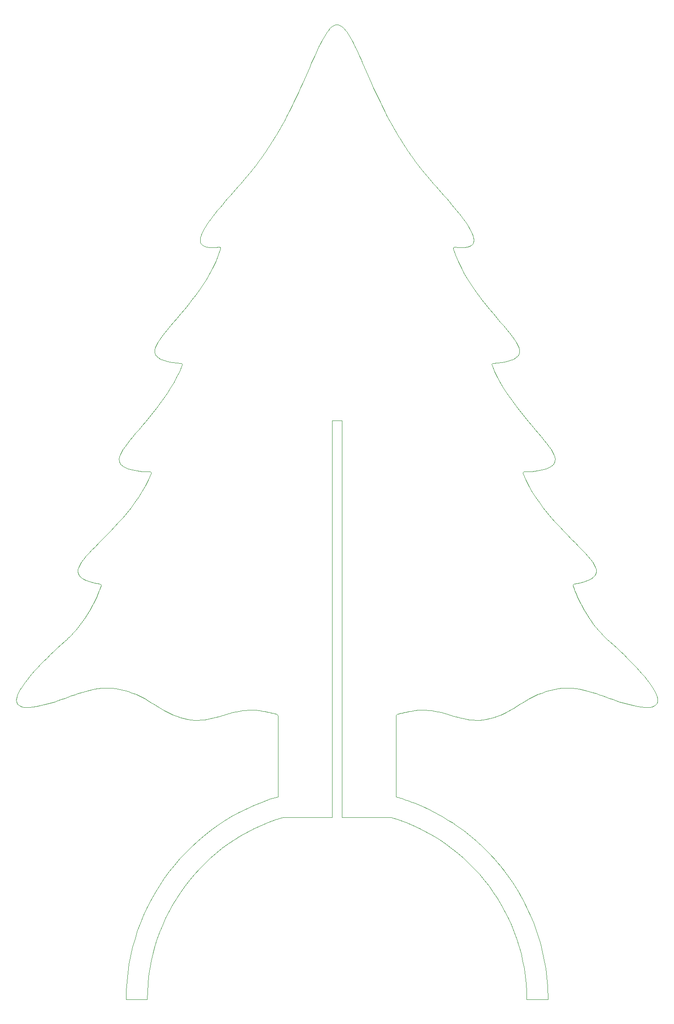
<source format=gm1>
G04 #@! TF.GenerationSoftware,KiCad,Pcbnew,8.0.6*
G04 #@! TF.CreationDate,2024-11-23T10:48:36+01:00*
G04 #@! TF.ProjectId,ChristmasTree,43687269-7374-46d6-9173-547265652e6b,rev?*
G04 #@! TF.SameCoordinates,Original*
G04 #@! TF.FileFunction,Profile,NP*
%FSLAX46Y46*%
G04 Gerber Fmt 4.6, Leading zero omitted, Abs format (unit mm)*
G04 Created by KiCad (PCBNEW 8.0.6) date 2024-11-23 10:48:36*
%MOMM*%
%LPD*%
G01*
G04 APERTURE LIST*
%ADD10C,0.100000*%
G04 #@! TA.AperFunction,Profile*
%ADD11C,0.100000*%
G04 #@! TD*
G04 APERTURE END LIST*
D10*
X144738171Y-126931397D02*
X144841427Y-126913800D01*
X144903879Y-126903139D01*
X156944125Y-150070000D02*
X157635662Y-150172722D01*
X158251143Y-150228573D01*
X158792624Y-150239092D01*
X159262163Y-150205818D01*
X159661818Y-150130293D01*
X159993645Y-150014055D01*
X160259702Y-149858645D01*
X160462047Y-149665604D01*
X160602736Y-149436471D01*
X160683827Y-149172786D01*
X160707378Y-148876090D01*
X160675445Y-148547922D01*
X160590086Y-148189823D01*
X160453359Y-147803332D01*
X160267320Y-147389990D01*
X160034028Y-146951337D01*
X159755538Y-146488913D01*
X159433909Y-146004257D01*
X159071199Y-145498911D01*
X158669464Y-144974413D01*
X158230761Y-144432305D01*
X157757149Y-143874126D01*
X157250683Y-143301416D01*
X156713423Y-142715716D01*
X156147425Y-142118565D01*
X155554746Y-141511503D01*
X154937444Y-140896072D01*
X154297575Y-140273809D01*
X153637199Y-139646257D01*
X152958371Y-139014954D01*
X152263149Y-138381441D01*
X151553591Y-137747259D01*
X115563423Y-47916171D02*
X115397455Y-47700382D01*
X115232926Y-47484302D01*
X115069826Y-47267950D01*
X114908147Y-47051345D01*
X114747878Y-46834504D01*
X114589012Y-46617447D01*
X114431538Y-46400193D01*
X114275449Y-46182760D01*
X114120734Y-45965166D01*
X113967385Y-45747432D01*
X113815392Y-45529574D01*
X113664747Y-45311613D01*
X113515440Y-45093566D01*
X113367463Y-44875452D01*
X113220806Y-44657291D01*
X113075460Y-44439100D01*
X112931415Y-44220898D01*
X112788664Y-44002705D01*
X112647197Y-43784539D01*
X112507004Y-43566418D01*
X112368077Y-43348362D01*
X112230407Y-43130388D01*
X112093984Y-42912517D01*
X111958799Y-42694765D01*
X111824844Y-42477153D01*
X111692108Y-42259698D01*
X111560584Y-42042420D01*
X111430262Y-41825337D01*
X111301133Y-41608468D01*
X111173187Y-41391831D01*
X111046417Y-41175446D01*
X110920812Y-40959331D01*
X136909900Y-105588359D02*
X137908352Y-105462858D01*
X138762907Y-105304704D01*
X139479982Y-105113918D01*
X140065994Y-104890525D01*
X140527361Y-104634546D01*
X140870501Y-104346006D01*
X141101830Y-104024927D01*
X141227767Y-103671332D01*
X141254730Y-103285244D01*
X141189135Y-102866687D01*
X141037401Y-102415684D01*
X140805945Y-101932257D01*
X140501184Y-101416430D01*
X140129537Y-100868226D01*
X139697421Y-100287668D01*
X139211253Y-99674780D01*
X138677451Y-99029583D01*
X138102432Y-98352101D01*
X137492615Y-97642358D01*
X136854416Y-96900376D01*
X136194254Y-96126179D01*
X135518546Y-95319790D01*
X134833709Y-94481231D01*
X134146161Y-93610526D01*
X133462320Y-92707698D01*
X132788604Y-91772770D01*
X132131429Y-90805765D01*
X131497214Y-89806706D01*
X130892376Y-88775617D01*
X130323332Y-87712520D01*
X129796501Y-86617438D01*
X129318300Y-85490396D01*
D11*
X100866658Y-167158358D02*
X100866658Y-171049580D01*
D10*
X129318300Y-85490396D02*
X129292472Y-85382234D01*
X129309468Y-85272292D01*
X129371925Y-85186607D01*
X129474286Y-85132275D01*
X129568754Y-85116594D01*
X88773363Y-167154918D02*
X87228329Y-167638274D01*
X85710930Y-168181844D01*
X84222569Y-168784222D01*
X82764652Y-169444003D01*
X81338581Y-170159782D01*
X79945762Y-170930154D01*
X78587599Y-171753715D01*
X77265497Y-172629059D01*
X75980859Y-173554781D01*
X74735090Y-174529477D01*
X73529594Y-175551742D01*
X72365776Y-176620170D01*
X71245040Y-177733357D01*
X70168791Y-178889897D01*
X69138432Y-180088386D01*
X68155368Y-181327419D01*
X67221004Y-182605590D01*
X66336743Y-183921496D01*
X65503991Y-185273730D01*
X64724151Y-186660888D01*
X63998628Y-188081565D01*
X63328827Y-189534357D01*
X62716151Y-191017857D01*
X62162004Y-192530661D01*
X61667792Y-194071365D01*
X61234919Y-195638563D01*
X60864788Y-197230850D01*
X60558805Y-198846822D01*
X60318374Y-200485073D01*
X60144898Y-202144198D01*
X60039783Y-203822793D01*
X60004433Y-205519453D01*
X84370702Y-47916171D02*
X84299157Y-48008374D01*
X84226742Y-48101103D01*
X84153474Y-48194349D01*
X84079371Y-48288100D01*
X84004450Y-48382344D01*
X83928732Y-48477072D01*
X83852232Y-48572271D01*
X83774970Y-48667932D01*
X83696964Y-48764043D01*
X83618231Y-48860592D01*
X83538790Y-48957570D01*
X83458659Y-49054966D01*
X83377856Y-49152767D01*
X83296399Y-49250964D01*
X83214307Y-49349545D01*
X83131597Y-49448499D01*
X83048287Y-49547816D01*
X82964395Y-49647484D01*
X82879940Y-49747493D01*
X82794940Y-49847831D01*
X82709413Y-49948487D01*
X82623377Y-50049452D01*
X82536850Y-50150712D01*
X82449850Y-50252259D01*
X82362395Y-50354080D01*
X82274504Y-50456165D01*
X82186194Y-50558502D01*
X82097483Y-50661082D01*
X82008391Y-50763892D01*
X81918934Y-50866922D01*
X81829131Y-50970161D01*
X81739000Y-51073598D01*
X77904425Y-63448886D02*
X77481629Y-64665218D01*
X76997284Y-65846941D01*
X76458632Y-66994030D01*
X75872914Y-68106458D01*
X75247371Y-69184198D01*
X74589247Y-70227224D01*
X73905782Y-71235508D01*
X73204218Y-72209025D01*
X72491797Y-73147749D01*
X71775762Y-74051651D01*
X71063353Y-74920707D01*
X70361812Y-75754889D01*
X69678382Y-76554171D01*
X69020304Y-77318527D01*
X68394820Y-78047929D01*
X67809171Y-78742352D01*
X67270600Y-79401769D01*
X66786348Y-80026152D01*
X66363657Y-80615477D01*
X66009769Y-81169716D01*
X65731926Y-81688842D01*
X65537369Y-82172830D01*
X65433340Y-82621652D01*
X65427081Y-83035282D01*
X65525834Y-83413694D01*
X65736841Y-83756861D01*
X66067343Y-84064757D01*
X66524582Y-84337354D01*
X67115800Y-84574627D01*
X67848239Y-84776549D01*
X68729141Y-84943093D01*
X69765747Y-85074234D01*
X100348181Y-21101636D02*
X100242798Y-21073692D01*
X100135157Y-21057363D01*
X100032788Y-21049886D01*
X99966970Y-21048587D01*
X122029858Y-63448886D02*
X122013137Y-63341216D01*
X122038521Y-63237881D01*
X122119339Y-63157075D01*
X122228612Y-63126250D01*
X122304760Y-63127973D01*
X70368996Y-85116594D02*
X70478698Y-85137809D01*
X70574534Y-85197048D01*
X70630275Y-85286651D01*
X70640180Y-85399499D01*
X70616010Y-85490396D01*
X111421721Y-151523487D02*
X111564871Y-151487848D01*
X111709867Y-151452372D01*
X111856748Y-151417058D01*
X112005548Y-151381907D01*
X112156307Y-151346919D01*
X112309061Y-151312095D01*
X112463848Y-151277435D01*
X112620704Y-151242939D01*
X112779668Y-151208609D01*
X112940776Y-151174445D01*
X113104066Y-151140447D01*
X113269575Y-151106616D01*
X113437340Y-151072952D01*
X113607399Y-151039456D01*
X113779789Y-151006128D01*
X113954547Y-150972969D01*
D11*
X88787492Y-167154918D02*
X88773363Y-167154918D01*
D10*
X55231435Y-127322768D02*
X55118013Y-127632917D01*
X54999267Y-127946690D01*
X54875079Y-128263826D01*
X54745333Y-128584063D01*
X54609913Y-128907138D01*
X54468703Y-129232792D01*
X54321586Y-129560761D01*
X54168447Y-129890784D01*
X54009168Y-130222600D01*
X53843634Y-130555946D01*
X53671729Y-130890562D01*
X53493335Y-131226185D01*
X53308338Y-131562554D01*
X53116620Y-131899407D01*
X52918065Y-132236483D01*
X52712558Y-132573520D01*
X52499981Y-132910255D01*
X52280219Y-133246428D01*
X52053156Y-133581777D01*
X51818674Y-133916041D01*
X51576658Y-134248956D01*
X51326992Y-134580263D01*
X51069558Y-134909699D01*
X50804242Y-135237002D01*
X50530927Y-135561911D01*
X50249496Y-135884164D01*
X49959833Y-136203500D01*
X49661822Y-136519657D01*
X49355347Y-136832373D01*
X49040292Y-137141386D01*
X48716539Y-137446435D01*
X48383974Y-137747259D01*
X64470647Y-105634185D02*
X64580276Y-105644243D01*
X64676059Y-105692503D01*
X64736129Y-105787417D01*
X64739011Y-105897549D01*
X64717503Y-105969041D01*
X129568754Y-85116594D02*
X129676980Y-85111825D01*
X129787267Y-85105569D01*
X129899491Y-85097846D01*
X130013530Y-85088677D01*
X130129261Y-85078080D01*
X130168193Y-85074234D01*
X48383974Y-137747259D02*
X47674103Y-138381441D01*
X46978588Y-139014954D01*
X46299486Y-139646257D01*
X45638853Y-140273809D01*
X44998747Y-140896072D01*
X44381223Y-141511503D01*
X43788340Y-142118565D01*
X43222152Y-142715716D01*
X42684718Y-143301416D01*
X42178093Y-143874126D01*
X41704335Y-144432305D01*
X41265500Y-144974413D01*
X40863645Y-145498911D01*
X40500827Y-146004257D01*
X40179102Y-146488913D01*
X39900527Y-146951337D01*
X39667158Y-147389990D01*
X39481053Y-147803332D01*
X39344268Y-148189823D01*
X39258860Y-148547922D01*
X39226886Y-148876090D01*
X39250402Y-149172786D01*
X39331464Y-149436471D01*
X39472131Y-149665604D01*
X39674458Y-149858645D01*
X39940501Y-150014055D01*
X40272319Y-150130293D01*
X40671967Y-150205818D01*
X41141503Y-150239092D01*
X41682982Y-150228573D01*
X42298462Y-150172722D01*
X42990000Y-150070000D01*
X111146475Y-151996164D02*
X111153751Y-151878381D01*
X111177795Y-151767392D01*
X111221932Y-151669194D01*
X111289483Y-151589782D01*
X111383774Y-151535153D01*
X111421721Y-151523487D01*
D11*
X99046274Y-167154918D02*
X99046274Y-95950394D01*
D10*
X64717503Y-105969041D02*
X64205596Y-107148945D01*
X63635123Y-108289854D01*
X63013290Y-109392277D01*
X62347302Y-110456721D01*
X61644365Y-111483694D01*
X60911687Y-112473703D01*
X60156473Y-113427257D01*
X59385930Y-114344862D01*
X58607263Y-115227028D01*
X57827679Y-116074260D01*
X57054385Y-116887069D01*
X56294586Y-117665960D01*
X55555488Y-118411442D01*
X54844299Y-119124022D01*
X54168224Y-119804208D01*
X53534469Y-120452509D01*
X52950240Y-121069431D01*
X52422745Y-121655483D01*
X51959188Y-122211172D01*
X51566777Y-122737006D01*
X51252717Y-123233493D01*
X51024216Y-123701140D01*
X50888478Y-124140455D01*
X50852710Y-124551946D01*
X50924119Y-124936121D01*
X51109911Y-125293487D01*
X51417291Y-125624553D01*
X51853467Y-125929825D01*
X52425644Y-126209812D01*
X53141028Y-126465021D01*
X54006827Y-126695961D01*
X55030246Y-126903139D01*
X55196113Y-126931397D02*
X55267092Y-127007313D01*
X55276969Y-127112627D01*
X55263529Y-127211833D01*
X55231435Y-127322768D01*
X134475578Y-149769937D02*
X135399117Y-149183149D01*
X136292850Y-148664952D01*
X137158328Y-148212331D01*
X137997104Y-147822274D01*
X138810730Y-147491768D01*
X139600759Y-147217800D01*
X140368742Y-146997359D01*
X141116233Y-146827430D01*
X141844782Y-146705002D01*
X142555944Y-146627061D01*
X143251269Y-146590595D01*
X143932311Y-146592591D01*
X144600621Y-146630037D01*
X145257752Y-146699920D01*
X145905257Y-146799227D01*
X146544687Y-146924945D01*
X147177594Y-147074061D01*
X147805532Y-147243564D01*
X148430053Y-147430440D01*
X149052708Y-147631676D01*
X149675050Y-147844260D01*
X150298632Y-148065179D01*
X150925005Y-148291420D01*
X151555723Y-148519971D01*
X152192336Y-148747819D01*
X152836399Y-148971951D01*
X153489462Y-149189355D01*
X154153079Y-149397017D01*
X154828801Y-149591925D01*
X155518181Y-149771067D01*
X156222772Y-149931429D01*
X156944125Y-150070000D01*
X89013313Y-40959331D02*
X88887734Y-41175446D01*
X88761007Y-41391831D01*
X88633120Y-41608468D01*
X88504063Y-41825337D01*
X88373824Y-42042420D01*
X88242393Y-42259698D01*
X88109758Y-42477153D01*
X87975909Y-42694765D01*
X87840835Y-42912517D01*
X87704524Y-43130388D01*
X87566966Y-43348362D01*
X87428150Y-43566418D01*
X87288064Y-43784539D01*
X87146699Y-44002705D01*
X87004042Y-44220898D01*
X86860083Y-44439100D01*
X86714811Y-44657291D01*
X86568215Y-44875452D01*
X86420284Y-45093566D01*
X86271007Y-45311613D01*
X86120373Y-45529574D01*
X85968371Y-45747432D01*
X85814990Y-45965166D01*
X85660219Y-46182760D01*
X85504048Y-46400193D01*
X85346464Y-46617447D01*
X85187458Y-46834504D01*
X85027018Y-47051345D01*
X84865133Y-47267950D01*
X84701793Y-47484302D01*
X84536986Y-47700382D01*
X84370702Y-47916171D01*
X144702690Y-127322768D02*
X144670571Y-127211835D01*
X144657103Y-127112633D01*
X144666983Y-127007324D01*
X144738171Y-126931397D01*
X99966970Y-21048587D02*
X99862335Y-21051908D01*
X99762013Y-21061865D01*
X99657986Y-21080983D01*
X99586129Y-21101636D01*
X144903879Y-126903139D02*
X145927283Y-126695961D01*
X146793067Y-126465021D01*
X147508439Y-126209812D01*
X148080604Y-125929825D01*
X148516769Y-125624553D01*
X148824139Y-125293487D01*
X149009921Y-124936121D01*
X149081321Y-124551946D01*
X149045545Y-124140455D01*
X148909801Y-123701140D01*
X148681293Y-123233493D01*
X148367228Y-122737006D01*
X147974813Y-122211172D01*
X147511253Y-121655483D01*
X146983756Y-121069431D01*
X146399526Y-120452509D01*
X145765771Y-119804208D01*
X145089697Y-119124022D01*
X144378509Y-118411442D01*
X143639415Y-117665960D01*
X142879620Y-116887069D01*
X142106331Y-116074260D01*
X141326753Y-115227028D01*
X140548094Y-114344862D01*
X139777559Y-113427257D01*
X139022355Y-112473703D01*
X138289687Y-111483694D01*
X137586763Y-110456721D01*
X136920788Y-109392277D01*
X136298968Y-108289854D01*
X135728511Y-107148945D01*
X135216622Y-105969041D01*
X70616010Y-85490396D02*
X70137774Y-86617438D01*
X69610912Y-87712520D01*
X69041839Y-88775617D01*
X68436973Y-89806706D01*
X67802733Y-90805765D01*
X67145535Y-91772770D01*
X66471797Y-92707698D01*
X65787937Y-93610526D01*
X65100372Y-94481231D01*
X64415519Y-95319790D01*
X63739797Y-96126179D01*
X63079623Y-96900376D01*
X62441414Y-97642358D01*
X61831588Y-98352101D01*
X61256563Y-99029583D01*
X60722756Y-99674780D01*
X60236584Y-100287668D01*
X59804466Y-100868226D01*
X59432818Y-101416430D01*
X59128059Y-101932257D01*
X58896605Y-102415684D01*
X58744875Y-102866687D01*
X58679286Y-103285244D01*
X58706256Y-103671332D01*
X58832201Y-104024927D01*
X59063540Y-104346006D01*
X59406690Y-104634546D01*
X59868070Y-104890525D01*
X60454095Y-105113918D01*
X61171184Y-105304704D01*
X62025755Y-105462858D01*
X63024225Y-105588359D01*
X113954547Y-150972969D02*
X114683607Y-150855966D01*
X115384042Y-150784058D01*
X116058146Y-150753249D01*
X116708215Y-150759540D01*
X117336548Y-150798935D01*
X117945439Y-150867437D01*
X118537185Y-150961048D01*
X119114082Y-151075771D01*
X119678428Y-151207609D01*
X120232517Y-151352564D01*
X120778647Y-151506640D01*
X121319114Y-151665838D01*
X121856214Y-151826163D01*
X122392244Y-151983616D01*
X122929500Y-152134201D01*
X123470278Y-152273920D01*
X124016874Y-152398776D01*
X124571585Y-152504771D01*
X125136708Y-152587909D01*
X125714539Y-152644193D01*
X126307373Y-152669624D01*
X126917508Y-152660207D01*
X127547240Y-152611943D01*
X128198865Y-152520835D01*
X128874679Y-152382886D01*
X129576979Y-152194100D01*
X130308061Y-151950478D01*
X131070222Y-151648024D01*
X131865758Y-151282740D01*
X132696965Y-150850628D01*
X133566139Y-150347693D01*
X134475578Y-149769937D01*
X139905059Y-205519453D02*
X139896199Y-204669598D01*
X139869735Y-203824055D01*
X139825843Y-202982998D01*
X139764696Y-202146604D01*
X139686469Y-201315050D01*
X139591337Y-200488511D01*
X139479474Y-199667164D01*
X139351054Y-198851186D01*
X139206252Y-198040752D01*
X139045242Y-197236040D01*
X138868200Y-196437224D01*
X138675299Y-195644483D01*
X138466713Y-194857991D01*
X138242619Y-194077925D01*
X138003189Y-193304462D01*
X137748598Y-192537777D01*
X137479021Y-191778048D01*
X137194633Y-191025450D01*
X136895608Y-190280160D01*
X136582120Y-189542355D01*
X136254344Y-188812209D01*
X135912454Y-188089900D01*
X135556625Y-187375604D01*
X135187031Y-186669498D01*
X134803847Y-185971757D01*
X134407247Y-185282558D01*
X133997406Y-184602078D01*
X133574499Y-183930492D01*
X133138699Y-183267977D01*
X132690181Y-182614709D01*
X132229120Y-181970864D01*
X131755691Y-181336620D01*
X118195125Y-51073598D02*
X118105323Y-50970161D01*
X118015828Y-50866922D01*
X117926657Y-50763892D01*
X117837830Y-50661082D01*
X117749364Y-50558502D01*
X117661277Y-50456165D01*
X117573588Y-50354080D01*
X117486313Y-50252259D01*
X117399473Y-50150712D01*
X117313083Y-50049452D01*
X117227164Y-49948487D01*
X117141732Y-49847831D01*
X117056807Y-49747493D01*
X116972405Y-49647484D01*
X116888546Y-49547816D01*
X116805246Y-49448499D01*
X116722525Y-49349545D01*
X116640401Y-49250964D01*
X116558891Y-49152767D01*
X116478014Y-49054966D01*
X116397787Y-48957570D01*
X116318229Y-48860592D01*
X116239359Y-48764043D01*
X116161193Y-48667932D01*
X116083750Y-48572271D01*
X116007049Y-48477072D01*
X115931107Y-48382344D01*
X115855943Y-48288100D01*
X115781574Y-48194349D01*
X115708019Y-48101103D01*
X115635296Y-48008374D01*
X115563423Y-47916171D01*
X69765747Y-85074234D02*
X69882069Y-85085285D01*
X69996922Y-85094917D01*
X70110294Y-85103115D01*
X70222172Y-85109866D01*
X70332542Y-85115157D01*
X70368996Y-85116594D01*
X64004875Y-205519453D02*
X64035615Y-204040025D01*
X64127110Y-202571974D01*
X64278267Y-201116757D01*
X64487992Y-199675832D01*
X64755195Y-198250657D01*
X65078782Y-196842688D01*
X65457661Y-195453383D01*
X65890741Y-194084200D01*
X66376928Y-192736596D01*
X66915131Y-191412028D01*
X67504257Y-190111954D01*
X68143214Y-188837831D01*
X68830910Y-187591117D01*
X69566253Y-186373269D01*
X70348149Y-185185745D01*
X71175507Y-184030002D01*
X72047235Y-182907496D01*
X72962240Y-181819687D01*
X73919430Y-180768031D01*
X74917713Y-179753986D01*
X75955996Y-178779009D01*
X77033188Y-177844557D01*
X78148195Y-176952089D01*
X79299926Y-176103060D01*
X80487288Y-175298930D01*
X81709189Y-174541155D01*
X82964537Y-173831192D01*
X84252239Y-173170500D01*
X85571204Y-172560535D01*
X86920338Y-172002755D01*
X88298550Y-171498617D01*
X89704748Y-171049580D01*
D11*
X88787492Y-151996164D02*
X88787492Y-167154918D01*
D10*
X63024225Y-105588359D02*
X63170835Y-105602092D01*
X63315072Y-105613674D01*
X63456968Y-105623176D01*
X63596558Y-105630664D01*
X63733873Y-105636207D01*
X63868948Y-105639873D01*
X64001815Y-105641732D01*
X64132508Y-105641851D01*
X64261061Y-105640299D01*
X64387505Y-105637144D01*
X64470647Y-105634185D01*
X131755691Y-181336620D02*
X131650562Y-181199258D01*
X131544855Y-181062354D01*
X131438572Y-180925909D01*
X131331714Y-180789926D01*
X131224281Y-180654408D01*
X131116277Y-180519358D01*
X131007700Y-180384777D01*
X130898554Y-180250670D01*
X130788839Y-180117038D01*
X130678557Y-179983884D01*
X130567709Y-179851210D01*
X130456296Y-179719020D01*
X130344320Y-179587317D01*
X130231782Y-179456101D01*
X130118683Y-179325378D01*
X130005025Y-179195148D01*
X129890808Y-179065415D01*
X129776035Y-178936181D01*
X129660706Y-178807449D01*
X129544823Y-178679221D01*
X129428387Y-178551501D01*
X129311400Y-178424291D01*
X129193862Y-178297593D01*
X129075776Y-178171410D01*
X128957142Y-178045746D01*
X128837962Y-177920601D01*
X128718237Y-177795980D01*
X128597968Y-177671885D01*
X128477157Y-177548318D01*
X128355805Y-177425282D01*
X128233913Y-177302780D01*
X128111484Y-177180815D01*
D11*
X100866658Y-171049580D02*
X110208025Y-171049580D01*
X99046274Y-95950394D02*
X100866658Y-95950394D01*
D10*
X110920812Y-40959331D02*
X110396115Y-40035890D01*
X109891723Y-39118549D01*
X109406860Y-38208651D01*
X108940748Y-37307540D01*
X108492611Y-36416562D01*
X108061671Y-35537059D01*
X107647151Y-34670377D01*
X107248275Y-33817859D01*
X106864266Y-32980850D01*
X106494346Y-32160693D01*
X106137738Y-31358734D01*
X105793667Y-30576315D01*
X105461354Y-29814782D01*
X105140022Y-29075478D01*
X104828895Y-28359748D01*
X104527196Y-27668936D01*
X104234148Y-27004386D01*
X103948974Y-26367442D01*
X103670896Y-25759449D01*
X103399139Y-25181751D01*
X103132924Y-24635691D01*
X102871475Y-24122614D01*
X102614015Y-23643865D01*
X102359767Y-23200787D01*
X102107954Y-22794724D01*
X101857800Y-22427021D01*
X101608526Y-22099023D01*
X101359357Y-21812072D01*
X101109514Y-21567514D01*
X100858222Y-21366692D01*
X100604703Y-21210951D01*
X100348181Y-21101636D01*
D11*
X99046274Y-171049580D02*
X99046274Y-167154918D01*
D10*
X42990000Y-150070000D02*
X43711363Y-149931429D01*
X44415982Y-149771067D01*
X45105409Y-149591925D01*
X45781192Y-149397017D01*
X46444883Y-149189355D01*
X47098032Y-148971951D01*
X47742189Y-148747819D01*
X48378904Y-148519971D01*
X49009728Y-148291420D01*
X49636211Y-148065179D01*
X50259903Y-147844260D01*
X50882355Y-147631676D01*
X51505117Y-147430440D01*
X52129738Y-147243564D01*
X52757771Y-147074061D01*
X53390764Y-146924945D01*
X54030268Y-146799227D01*
X54677833Y-146699920D01*
X55335010Y-146630037D01*
X56003349Y-146592591D01*
X56684401Y-146590595D01*
X57379715Y-146627061D01*
X58090841Y-146705002D01*
X58819331Y-146827430D01*
X59566735Y-146997359D01*
X60334602Y-147217800D01*
X61124483Y-147491768D01*
X61937929Y-147822274D01*
X62776489Y-148212331D01*
X63641715Y-148664952D01*
X64535155Y-149183149D01*
X65458362Y-149769937D01*
X88515844Y-151523487D02*
X88618245Y-151568522D01*
X88693312Y-151640340D01*
X88744267Y-151732942D01*
X88774332Y-151840333D01*
X88786729Y-151956518D01*
X88787492Y-151996164D01*
X130168193Y-85074234D02*
X131204812Y-84943093D01*
X132085726Y-84776549D01*
X132818175Y-84574627D01*
X133409403Y-84337354D01*
X133866650Y-84064757D01*
X134197159Y-83756861D01*
X134408171Y-83413694D01*
X134506930Y-83035282D01*
X134500675Y-82621652D01*
X134396651Y-82172830D01*
X134202097Y-81688842D01*
X133924257Y-81169716D01*
X133570373Y-80615477D01*
X133147685Y-80026152D01*
X132663437Y-79401769D01*
X132124870Y-78742352D01*
X131539226Y-78047929D01*
X130913747Y-77318527D01*
X130255675Y-76554171D01*
X129572252Y-75754889D01*
X128870720Y-74920707D01*
X128158321Y-74051651D01*
X127442296Y-73147749D01*
X126729888Y-72209025D01*
X126028339Y-71235508D01*
X125344890Y-70227224D01*
X124686783Y-69184198D01*
X124061262Y-68106458D01*
X123475566Y-66994030D01*
X122936939Y-65846941D01*
X122452622Y-64665218D01*
X122029858Y-63448886D01*
X135216622Y-105969041D02*
X135190774Y-105863930D01*
X135207568Y-105760210D01*
X135281596Y-105675032D01*
X135387868Y-105637416D01*
X135463637Y-105634185D01*
D11*
X100866658Y-95950394D02*
X100866658Y-167158358D01*
X111146475Y-167158358D02*
X111146475Y-151996164D01*
D10*
X85979393Y-150972969D02*
X86154159Y-151006128D01*
X86326569Y-151039456D01*
X86496662Y-151072952D01*
X86664480Y-151106616D01*
X86830064Y-151140447D01*
X86993456Y-151174445D01*
X87154696Y-151208609D01*
X87313827Y-151242939D01*
X87470888Y-151277435D01*
X87625921Y-151312095D01*
X87778968Y-151346919D01*
X87930069Y-151381907D01*
X88079266Y-151417058D01*
X88226600Y-151452372D01*
X88372112Y-151487848D01*
X88515844Y-151523487D01*
X77629180Y-63127973D02*
X77739900Y-63130831D01*
X77839619Y-63173035D01*
X77907415Y-63264599D01*
X77919623Y-63375371D01*
X77904425Y-63448886D01*
X55030246Y-126903139D02*
X55133702Y-126920432D01*
X55196113Y-126931397D01*
X128111484Y-177180815D02*
X127670619Y-176749266D01*
X127223161Y-176324521D01*
X126769192Y-175906662D01*
X126308796Y-175495773D01*
X125842055Y-175091937D01*
X125369054Y-174695236D01*
X124889875Y-174305755D01*
X124404603Y-173923577D01*
X123913319Y-173548784D01*
X123416108Y-173181460D01*
X122913053Y-172821688D01*
X122404237Y-172469552D01*
X121889743Y-172125133D01*
X121369656Y-171788517D01*
X120844057Y-171459785D01*
X120313032Y-171139022D01*
X119776661Y-170826310D01*
X119235031Y-170521732D01*
X118688222Y-170225372D01*
X118136320Y-169937313D01*
X117579406Y-169657638D01*
X117017565Y-169386430D01*
X116450880Y-169123772D01*
X115879434Y-168869749D01*
X115303311Y-168624442D01*
X114722593Y-168387936D01*
X114137364Y-168160312D01*
X113547708Y-167941656D01*
X112953708Y-167732048D01*
X112355446Y-167531574D01*
X111753008Y-167340316D01*
X111146475Y-167158358D01*
X99586129Y-21101636D02*
X99329892Y-21210951D01*
X99076623Y-21366692D01*
X98825546Y-21567514D01*
X98575886Y-21812072D01*
X98326867Y-22099023D01*
X98077714Y-22427021D01*
X97827653Y-22794724D01*
X97575908Y-23200787D01*
X97321704Y-23643865D01*
X97064265Y-24122614D01*
X96802817Y-24635691D01*
X96536584Y-25181751D01*
X96264791Y-25759449D01*
X95986663Y-26367442D01*
X95701424Y-27004386D01*
X95408300Y-27668936D01*
X95106515Y-28359748D01*
X94795294Y-29075478D01*
X94473862Y-29814782D01*
X94141444Y-30576315D01*
X93797264Y-31358734D01*
X93440547Y-32160693D01*
X93070518Y-32980850D01*
X92686402Y-33817859D01*
X92287424Y-34670377D01*
X91872808Y-35537059D01*
X91441779Y-36416562D01*
X90993563Y-37307540D01*
X90527383Y-38208651D01*
X90042465Y-39118549D01*
X89538033Y-40035890D01*
X89013313Y-40959331D01*
X122304760Y-63127973D02*
X122999065Y-63195195D01*
X123610842Y-63217383D01*
X124143034Y-63196177D01*
X124598588Y-63133214D01*
X124980447Y-63030135D01*
X125291557Y-62888580D01*
X125534862Y-62710187D01*
X125713309Y-62496596D01*
X125829841Y-62249447D01*
X125887403Y-61970378D01*
X125888941Y-61661030D01*
X125837400Y-61323042D01*
X125735724Y-60958054D01*
X125586859Y-60567704D01*
X125393749Y-60153632D01*
X125159339Y-59717478D01*
X124886575Y-59260881D01*
X124578401Y-58785481D01*
X124237762Y-58292916D01*
X123867603Y-57784827D01*
X123470870Y-57262853D01*
X123050507Y-56728633D01*
X122609459Y-56183807D01*
X122150671Y-55630014D01*
X121677088Y-55068893D01*
X121191655Y-54502085D01*
X120697317Y-53931228D01*
X120197019Y-53357962D01*
X119693705Y-52783927D01*
X119190322Y-52210761D01*
X118689813Y-51640105D01*
X118195125Y-51073598D01*
X65458362Y-149769937D02*
X66367800Y-150347693D01*
X67236974Y-150850628D01*
X68068181Y-151282740D01*
X68863717Y-151648024D01*
X69625878Y-151950478D01*
X70356960Y-152194100D01*
X71059260Y-152382886D01*
X71735074Y-152520835D01*
X72386699Y-152611943D01*
X73016431Y-152660207D01*
X73626566Y-152669624D01*
X74219400Y-152644193D01*
X74797231Y-152587909D01*
X75362354Y-152504771D01*
X75917065Y-152398776D01*
X76463662Y-152273920D01*
X77004439Y-152134201D01*
X77541695Y-151983616D01*
X78077725Y-151826163D01*
X78614825Y-151665838D01*
X79155292Y-151506640D01*
X79701422Y-151352564D01*
X80255511Y-151207609D01*
X80819857Y-151075771D01*
X81396754Y-150961048D01*
X81988500Y-150867437D01*
X82597391Y-150798935D01*
X83225724Y-150759540D01*
X83875793Y-150753249D01*
X84549897Y-150784058D01*
X85250332Y-150855966D01*
X85979393Y-150972969D01*
X110208025Y-171049580D02*
X111613924Y-171499262D01*
X112991857Y-172003983D01*
X114340730Y-172562285D01*
X115659450Y-173172714D01*
X116946925Y-173833815D01*
X118202062Y-174544132D01*
X119423768Y-175302209D01*
X120610950Y-176106591D01*
X121762515Y-176955824D01*
X122877370Y-177848451D01*
X123954423Y-178783017D01*
X124992579Y-179758067D01*
X125990748Y-180772146D01*
X126947835Y-181823798D01*
X127862748Y-182911568D01*
X128734394Y-184034000D01*
X129561680Y-185189640D01*
X130343513Y-186377031D01*
X131078801Y-187594719D01*
X131766450Y-188841248D01*
X132405367Y-190115162D01*
X132994460Y-191415007D01*
X133532636Y-192739327D01*
X134018802Y-194086667D01*
X134451864Y-195455571D01*
X134830731Y-196844584D01*
X135154309Y-198252251D01*
X135421505Y-199677116D01*
X135631227Y-201117724D01*
X135782382Y-202572620D01*
X135873876Y-204040348D01*
X135904617Y-205519453D01*
X151553591Y-137747259D02*
X151220699Y-137446435D01*
X150896642Y-137141386D01*
X150581304Y-136832373D01*
X150274567Y-136519657D01*
X149976314Y-136203500D01*
X149686428Y-135884164D01*
X149404792Y-135561911D01*
X149131288Y-135237002D01*
X148865801Y-134909699D01*
X148608212Y-134580263D01*
X148358405Y-134248956D01*
X148116262Y-133916041D01*
X147881667Y-133581777D01*
X147654502Y-133246428D01*
X147434651Y-132910255D01*
X147221996Y-132573520D01*
X147016420Y-132236483D01*
X146817807Y-131899407D01*
X146626038Y-131562554D01*
X146440998Y-131226185D01*
X146262569Y-130890562D01*
X146090633Y-130555946D01*
X145925075Y-130222600D01*
X145765776Y-129890784D01*
X145612620Y-129560761D01*
X145465489Y-129232792D01*
X145324267Y-128907138D01*
X145188837Y-128584063D01*
X145059081Y-128263826D01*
X144934883Y-127946690D01*
X144816124Y-127632917D01*
X144702690Y-127322768D01*
D11*
X135904617Y-205519453D02*
X139905059Y-205519453D01*
X89704748Y-171049580D02*
X99046274Y-171049580D01*
D10*
X81739000Y-51073598D02*
X81244613Y-51640105D01*
X80744369Y-52210761D01*
X80241213Y-52783927D01*
X79738092Y-53357962D01*
X79237954Y-53931228D01*
X78743745Y-54502085D01*
X78258412Y-55068893D01*
X77784901Y-55630014D01*
X77326160Y-56183807D01*
X76885135Y-56728633D01*
X76464774Y-57262853D01*
X76068022Y-57784827D01*
X75697827Y-58292916D01*
X75357136Y-58785481D01*
X75048895Y-59260881D01*
X74776052Y-59717478D01*
X74541552Y-60153632D01*
X74348343Y-60567704D01*
X74199372Y-60958054D01*
X74097586Y-61323042D01*
X74045931Y-61661030D01*
X74047353Y-61970378D01*
X74104801Y-62249447D01*
X74221221Y-62496596D01*
X74399559Y-62710187D01*
X74642763Y-62888580D01*
X74953779Y-63030135D01*
X75335553Y-63133214D01*
X75791034Y-63196177D01*
X76323167Y-63217383D01*
X76934900Y-63195195D01*
X77629180Y-63127973D01*
D11*
X60004433Y-205519453D02*
X64004875Y-205519453D01*
D10*
X135463637Y-105634185D02*
X135588686Y-105638345D01*
X135715806Y-105640956D01*
X135845037Y-105641950D01*
X135976414Y-105641255D01*
X136109976Y-105638804D01*
X136245759Y-105634525D01*
X136383803Y-105628350D01*
X136524143Y-105620209D01*
X136666818Y-105610033D01*
X136811865Y-105597751D01*
X136909900Y-105588359D01*
M02*

</source>
